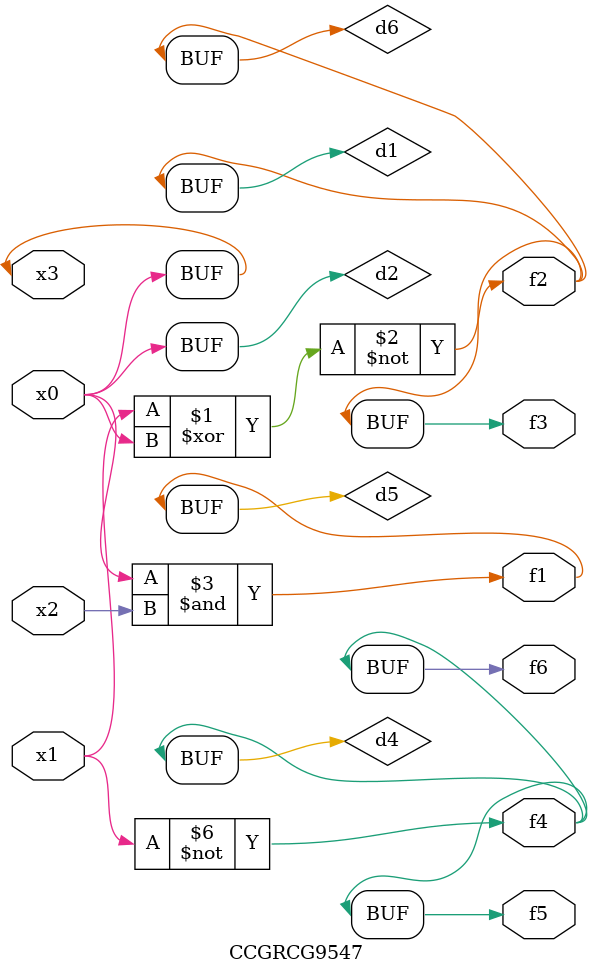
<source format=v>
module CCGRCG9547(
	input x0, x1, x2, x3,
	output f1, f2, f3, f4, f5, f6
);

	wire d1, d2, d3, d4, d5, d6;

	xnor (d1, x1, x3);
	buf (d2, x0, x3);
	nand (d3, x0, x2);
	not (d4, x1);
	nand (d5, d3);
	or (d6, d1);
	assign f1 = d5;
	assign f2 = d6;
	assign f3 = d6;
	assign f4 = d4;
	assign f5 = d4;
	assign f6 = d4;
endmodule

</source>
